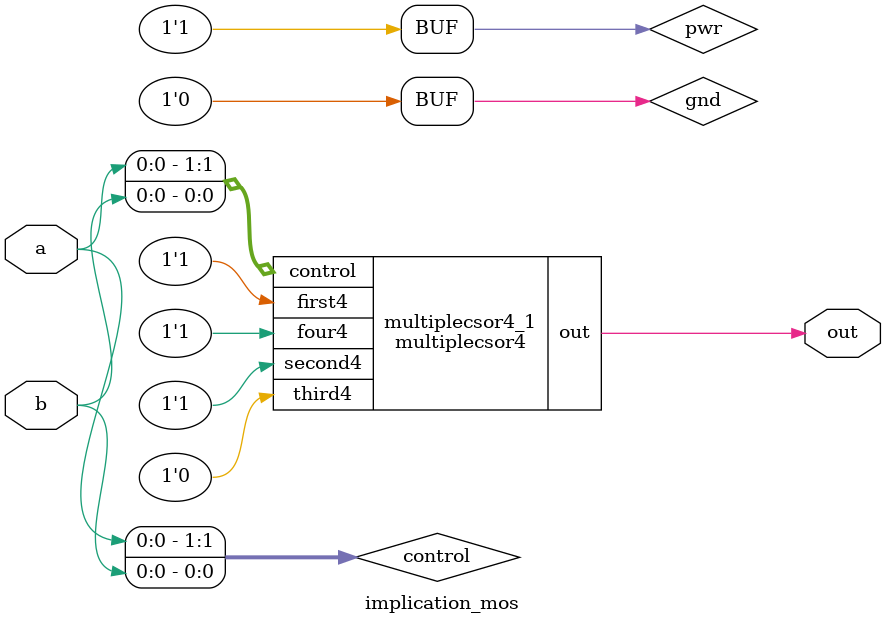
<source format=v>
module nand_gate(a, b, out);
  input wire a, b;
  output out;

  supply1 pwr;
  supply0 gnd;

  wire nmos1_out;

  pmos pmos1(out, pwr, a);
  pmos pmos2(out, pwr, b);

  nmos nmos1(nmos1_out, gnd, b);
  nmos nmos2(out, nmos1_out, a);
  // pmos pmos1(out, pwr, a);
  // nmos nmos1(out, gnd, a);
endmodule

module nor_gate(a, b, out);
  
  
  supply1 pwr;
  supply0 gnd;
  
  input wire a;
  input wire b;
  
  wire pmos1_out;
  
  output wire out;
  
  // pmos с кружком когда 0 -- проводит ток
  // nmos без кружка когда 1 -- проводит ток
  
  // 1 - куда уйдёт, 2 - что пришло, 3 - запитка
  pmos pmos1(pmos1_out, pwr, a);
  pmos pmos2(out, pmos1_out, b);
  
  nmos nmos1(out, gnd, a);
  nmos nmos2(out, gnd, b);
endmodule


module or_gate(a,b,out);
  input wire a,b;
  output wire out;
  wire pre_out;
  
  nor_gate nor_gate1(a,b,pre_out);
  not_gate not_gate1(pre_out, out);
  
  
endmodule

module mass4_or(a,b,c,d, out);
  input a, b, c, d;
  wire [5:0] pre_out;
  
  or_gate or_gate1(a, b, pre_out[0]);
  or_gate or_gate2(c, d, pre_out[1]);
  or_gate or_gate5(pre_out[0], pre_out[1], out);
  output out;
endmodule

module and_gate(a, b, out);
  input wire a, b;
  output wire out;

  wire nand_out;

  nand_gate nand_gate1(a, b, nand_out);
  not_gate not_gate1(nand_out, out);
endmodule

module and4_gate(a_control, b_control, c_control, D, out);
  input wire a_control, b_control, c_control, D;
  output out;
  
  wire first_and;
  and_gate and_gate1(a_control, b_control, first_and);

  wire second_and;
  and_gate and_gate2(c_control, D, second_and);

  and_gate and_gate3(first_and, second_and, out);


endmodule

module not_gate(a,out);
  input wire a;
  output wire out;
  
  supply1 pwr;
  supply0 gnd;
  
  // 1 - куда уйдёт, 2 - что пришло, 3 - запитка
  pmos pmos1(out, pwr, a);
  nmos nmos1(out, gnd, a);

  
endmodule

module multiplecsor4 (control, first4, second4, third4, four4, out);

  input [1:0] control;

  supply0 gnd;

  input first4, second4, third4, four4;
  
  wire controlB = control[1];
  wire not_controlB;
  not_gate not_gate2(controlB, not_controlB);
 
  wire controlC = control[0];
  wire not_controlC;
  not_gate not_gate3(controlC, not_controlC);
  supply1 pwr;

  wire finish11;
  and4_gate and4_gate5(pwr, controlB, controlC, four4, finish11);

  wire finish10;
  and4_gate and4_gate6(pwr, controlB, not_controlC, third4, finish10);

  wire finish01;
  and4_gate and4_gate7(pwr, not_controlB, controlC, second4, finish01);

  wire finish00;
  and4_gate and4_gate8(pwr, not_controlB, not_controlC, first4, finish00);

  mass4_or mass4_or1(finish00, finish01, finish10, finish11, out);

  output out;
endmodule


module implication_mos(a, b, out);
  input a, b;
  output out;
  wire [1:0] control;
  assign control[0] = b;
  assign control[1] = a;
  supply0 gnd;
  supply1 pwr;
  multiplecsor4 multiplecsor4_1(control, pwr, pwr, gnd, pwr, out);
endmodule

// module test ();
//   wire a = 0; 
//   wire b = 0;
//   wire out;
//   supply0 gnd;
//   supply1 pwr;
//   implication_mos implication_mos1(pwr, pwr, out);
//   initial begin
//     #2 $display(out); 
//   end    
// endmodule
</source>
